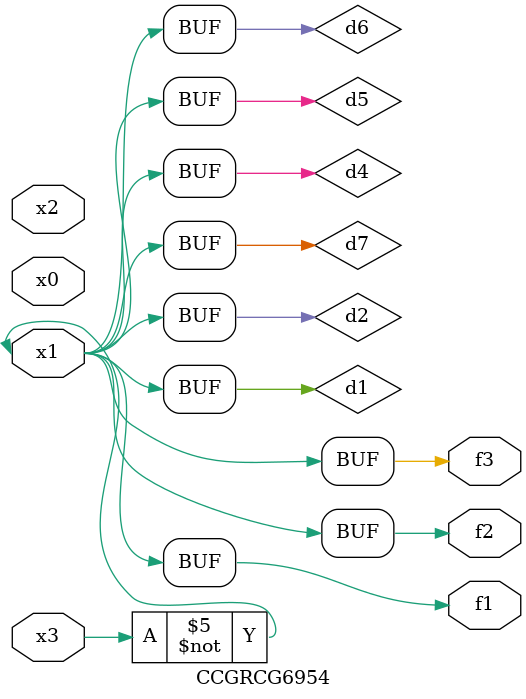
<source format=v>
module CCGRCG6954(
	input x0, x1, x2, x3,
	output f1, f2, f3
);

	wire d1, d2, d3, d4, d5, d6, d7;

	not (d1, x3);
	buf (d2, x1);
	xnor (d3, d1, d2);
	nor (d4, d1);
	buf (d5, d1, d2);
	buf (d6, d4, d5);
	nand (d7, d4);
	assign f1 = d6;
	assign f2 = d7;
	assign f3 = d6;
endmodule

</source>
